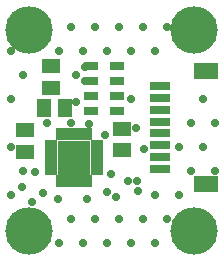
<source format=gbr>
%TF.GenerationSoftware,Altium Limited,Altium Designer,21.3.2 (30)*%
G04 Layer_Color=8388736*
%FSLAX26Y26*%
%MOIN*%
%TF.SameCoordinates,7249F2FC-C291-4BAF-AEBD-B68F3D0C2602*%
%TF.FilePolarity,Negative*%
%TF.FileFunction,Soldermask,Top*%
%TF.Part,Single*%
G01*
G75*
%TA.AperFunction,ViaPad*%
%ADD22C,0.158000*%
%ADD23C,0.028000*%
%TA.AperFunction,SMDPad,CuDef*%
%ADD28R,0.078866X0.055244*%
%ADD29R,0.069024X0.031622*%
%ADD30R,0.059181X0.047370*%
%ADD31R,0.047370X0.059181*%
%ADD32R,0.051307X0.031622*%
%ADD33R,0.110362X0.114299*%
%ADD34R,0.041465X0.021779*%
%ADD35R,0.021779X0.039496*%
D22*
X4130000Y3350000D02*
D03*
Y2680000D02*
D03*
X3580000D02*
D03*
Y3350000D02*
D03*
D23*
X4160000Y3120000D02*
D03*
X4200000Y3040000D02*
D03*
X4160000Y2960000D02*
D03*
X4200000Y2880000D02*
D03*
X4120000Y3040000D02*
D03*
X4080000Y2960000D02*
D03*
X4120000Y2880000D02*
D03*
X4080000Y2800000D02*
D03*
X4040000Y3360000D02*
D03*
X4000000Y3280000D02*
D03*
Y2800000D02*
D03*
X4040000Y2720000D02*
D03*
X4000000Y2640000D02*
D03*
X3960000Y3360000D02*
D03*
X3920000Y3280000D02*
D03*
Y3120000D02*
D03*
X3960000Y2720000D02*
D03*
X3920000Y2640000D02*
D03*
X3880000Y3360000D02*
D03*
X3840000Y3280000D02*
D03*
X3880000Y2720000D02*
D03*
X3840000Y2640000D02*
D03*
X3800000Y3360000D02*
D03*
X3760000Y3280000D02*
D03*
X3800000Y2720000D02*
D03*
X3760000Y2640000D02*
D03*
X3720000Y3360000D02*
D03*
X3680000Y3280000D02*
D03*
X3720000Y3040000D02*
D03*
Y2720000D02*
D03*
X3680000Y2640000D02*
D03*
X3640000Y3040000D02*
D03*
X3520000Y3280000D02*
D03*
X3560000Y3200000D02*
D03*
X3520000Y3120000D02*
D03*
Y2960000D02*
D03*
X3560000Y2880000D02*
D03*
X3520000Y2800000D02*
D03*
X3555000Y2827000D02*
D03*
X3871000Y2793000D02*
D03*
X3772000Y2786000D02*
D03*
X3675000Y2787000D02*
D03*
X3964342Y2954945D02*
D03*
X3937299Y3025205D02*
D03*
X3852000Y2869000D02*
D03*
X3909000Y2848000D02*
D03*
X3939000D02*
D03*
X3628000Y2808000D02*
D03*
X3599000Y2878000D02*
D03*
X3589000Y2777000D02*
D03*
X3735000Y3200000D02*
D03*
X3779213Y3037417D02*
D03*
X3736000Y3110905D02*
D03*
X3839000Y2811000D02*
D03*
X3944000Y2812000D02*
D03*
X3765000Y3180000D02*
D03*
Y3228000D02*
D03*
X3654472Y3227528D02*
D03*
X3834000Y3000000D02*
D03*
X3769370Y2964370D02*
D03*
Y2925000D02*
D03*
Y2885630D02*
D03*
X3730000Y2964370D02*
D03*
Y2925000D02*
D03*
Y2885630D02*
D03*
X3690630Y2964370D02*
D03*
Y2925000D02*
D03*
Y2885630D02*
D03*
D28*
X4168598Y3214181D02*
D03*
Y2836228D02*
D03*
D29*
X4016000Y3163000D02*
D03*
Y3123630D02*
D03*
Y3084260D02*
D03*
Y3044890D02*
D03*
Y3005520D02*
D03*
Y2966150D02*
D03*
Y2926780D02*
D03*
Y2887409D02*
D03*
D30*
X3890000Y2950000D02*
D03*
X3890394Y3020472D02*
D03*
X3652606Y3158528D02*
D03*
X3653000Y3229000D02*
D03*
X3565000Y2945000D02*
D03*
X3565394Y3015472D02*
D03*
D31*
X3630000Y3090905D02*
D03*
X3700472Y3090512D02*
D03*
D32*
X3786693Y3228819D02*
D03*
X3873307D02*
D03*
Y3179606D02*
D03*
X3786693D02*
D03*
Y3130394D02*
D03*
X3873307D02*
D03*
X3786693Y3081181D02*
D03*
X3873307D02*
D03*
D33*
X3730000Y2925000D02*
D03*
D34*
X3652244Y2875787D02*
D03*
Y2895472D02*
D03*
Y2915157D02*
D03*
Y2934843D02*
D03*
Y2954528D02*
D03*
Y2974213D02*
D03*
X3807756D02*
D03*
Y2954528D02*
D03*
Y2934843D02*
D03*
Y2915157D02*
D03*
Y2895472D02*
D03*
Y2875787D02*
D03*
D35*
X3680787Y3003740D02*
D03*
X3700472D02*
D03*
X3720157D02*
D03*
X3739843D02*
D03*
X3759528D02*
D03*
X3779213D02*
D03*
Y2846260D02*
D03*
X3759528D02*
D03*
X3739843D02*
D03*
X3720157D02*
D03*
X3700472D02*
D03*
X3680787D02*
D03*
%TF.MD5,2e089b2109348fdccde6ee2529ff25b6*%
M02*

</source>
